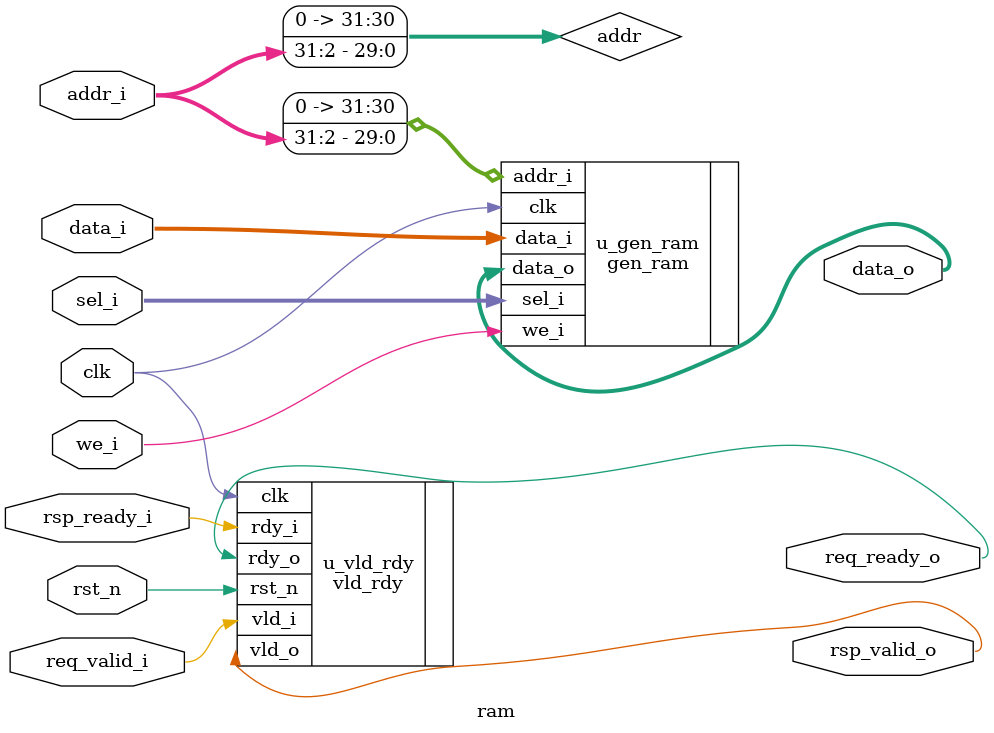
<source format=v>

/* ===========================================================
 *  Project      : Tiny_FPGA
 *  Unique Tag   : Auto‑generated header (do not remove this line!!!)
 *  Log（开发日志）:
    1. 2025-07-25 Created header by Albert
    2. ...
 * =========================================================== */
/*                                                                      
 Copyright 2020 Blue Liang, liangkangnan@163.com
                                                                         
 Licensed under the Apache License, Version 2.0 (the "License");         
 you may not use this file except in compliance with the License.        
 You may obtain a copy of the License at                                 
                                                                         
     http://www.apache.org/licenses/LICENSE-2.0                          
                                                                         
 Unless required by applicable law or agreed to in writing, software    
 distributed under the License is distributed on an "AS IS" BASIS,       
 WITHOUT WARRANTIES OR CONDITIONS OF ANY KIND, either express or implied.
 See the License for the specific language governing permissions and     
 limitations under the License.                                          
 */

`include "../core/defines.v"


module ram #(
    parameter DP = 4096)(

    input wire clk,
    input wire rst_n,
    input wire[31:0] addr_i,
    input wire[31:0] data_i,
    input wire[3:0] sel_i,
    input wire we_i,
	output wire[31:0] data_o,

    input wire req_valid_i,
    output wire req_ready_o,
    output wire rsp_valid_o,
    input wire rsp_ready_i

    );

    wire[31:0] addr = addr_i[31:2];

    gen_ram #(
        .DP(DP),
        .DW(32),
        .MW(4),
        .AW(32)
    ) u_gen_ram(
        .clk(clk),
        .addr_i(addr),
        .data_i(data_i),
        .sel_i(sel_i),
        .we_i(we_i),
        .data_o(data_o)
    );

    vld_rdy #(
        .CUT_READY(0)
    ) u_vld_rdy(
        .clk(clk),
        .rst_n(rst_n),
        .vld_i(req_valid_i),
        .rdy_o(req_ready_o),
        .rdy_i(rsp_ready_i),
        .vld_o(rsp_valid_o)
    );

endmodule

</source>
